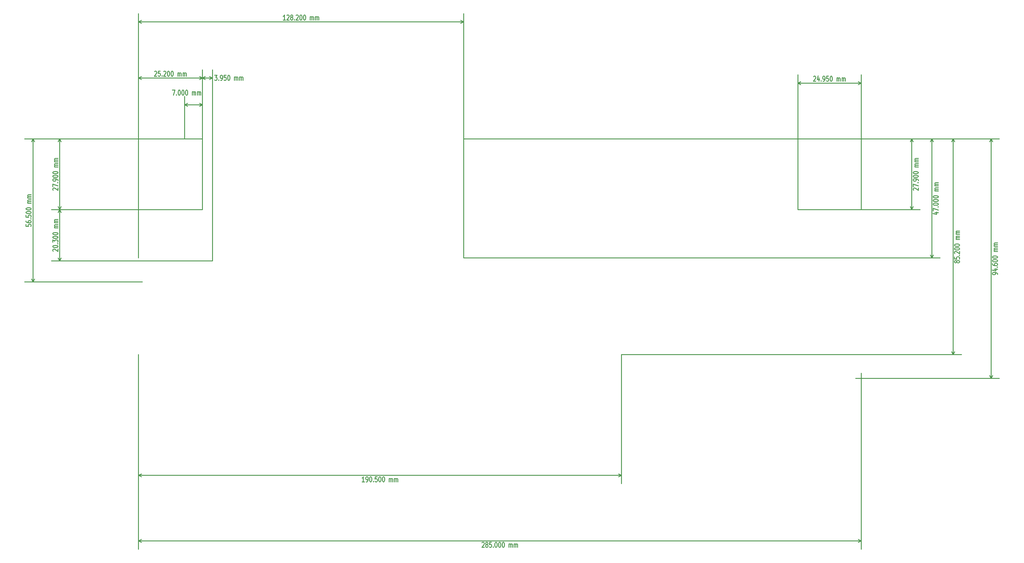
<source format=gbr>
G04 #@! TF.FileFunction,Other,Comment*
%FSLAX46Y46*%
G04 Gerber Fmt 4.6, Leading zero omitted, Abs format (unit mm)*
G04 Created by KiCad (PCBNEW 4.0.2-stable) date Mon 02 May 2016 10:51:51 AM CEST*
%MOMM*%
G01*
G04 APERTURE LIST*
%ADD10C,0.150000*%
%ADD11C,0.304800*%
G04 APERTURE END LIST*
D10*
D11*
X-33624838Y-44363715D02*
X-33721600Y-44291144D01*
X-33818362Y-44146001D01*
X-33818362Y-43783144D01*
X-33721600Y-43638001D01*
X-33624838Y-43565430D01*
X-33431314Y-43492858D01*
X-33237790Y-43492858D01*
X-32947505Y-43565430D01*
X-31786362Y-44436287D01*
X-31786362Y-43492858D01*
X-33818362Y-42549429D02*
X-33818362Y-42404286D01*
X-33721600Y-42259143D01*
X-33624838Y-42186572D01*
X-33431314Y-42114001D01*
X-33044267Y-42041429D01*
X-32560457Y-42041429D01*
X-32173410Y-42114001D01*
X-31979886Y-42186572D01*
X-31883124Y-42259143D01*
X-31786362Y-42404286D01*
X-31786362Y-42549429D01*
X-31883124Y-42694572D01*
X-31979886Y-42767143D01*
X-32173410Y-42839715D01*
X-32560457Y-42912286D01*
X-33044267Y-42912286D01*
X-33431314Y-42839715D01*
X-33624838Y-42767143D01*
X-33721600Y-42694572D01*
X-33818362Y-42549429D01*
X-31979886Y-41388286D02*
X-31883124Y-41315714D01*
X-31786362Y-41388286D01*
X-31883124Y-41460857D01*
X-31979886Y-41388286D01*
X-31786362Y-41388286D01*
X-33818362Y-40807715D02*
X-33818362Y-39864286D01*
X-33044267Y-40372286D01*
X-33044267Y-40154572D01*
X-32947505Y-40009429D01*
X-32850743Y-39936858D01*
X-32657219Y-39864286D01*
X-32173410Y-39864286D01*
X-31979886Y-39936858D01*
X-31883124Y-40009429D01*
X-31786362Y-40154572D01*
X-31786362Y-40590000D01*
X-31883124Y-40735143D01*
X-31979886Y-40807715D01*
X-33818362Y-38920857D02*
X-33818362Y-38775714D01*
X-33721600Y-38630571D01*
X-33624838Y-38558000D01*
X-33431314Y-38485429D01*
X-33044267Y-38412857D01*
X-32560457Y-38412857D01*
X-32173410Y-38485429D01*
X-31979886Y-38558000D01*
X-31883124Y-38630571D01*
X-31786362Y-38775714D01*
X-31786362Y-38920857D01*
X-31883124Y-39066000D01*
X-31979886Y-39138571D01*
X-32173410Y-39211143D01*
X-32560457Y-39283714D01*
X-33044267Y-39283714D01*
X-33431314Y-39211143D01*
X-33624838Y-39138571D01*
X-33721600Y-39066000D01*
X-33818362Y-38920857D01*
X-33818362Y-37469428D02*
X-33818362Y-37324285D01*
X-33721600Y-37179142D01*
X-33624838Y-37106571D01*
X-33431314Y-37034000D01*
X-33044267Y-36961428D01*
X-32560457Y-36961428D01*
X-32173410Y-37034000D01*
X-31979886Y-37106571D01*
X-31883124Y-37179142D01*
X-31786362Y-37324285D01*
X-31786362Y-37469428D01*
X-31883124Y-37614571D01*
X-31979886Y-37687142D01*
X-32173410Y-37759714D01*
X-32560457Y-37832285D01*
X-33044267Y-37832285D01*
X-33431314Y-37759714D01*
X-33624838Y-37687142D01*
X-33721600Y-37614571D01*
X-33818362Y-37469428D01*
X-31786362Y-35147142D02*
X-33141029Y-35147142D01*
X-32947505Y-35147142D02*
X-33044267Y-35074570D01*
X-33141029Y-34929428D01*
X-33141029Y-34711713D01*
X-33044267Y-34566570D01*
X-32850743Y-34493999D01*
X-31786362Y-34493999D01*
X-32850743Y-34493999D02*
X-33044267Y-34421428D01*
X-33141029Y-34276285D01*
X-33141029Y-34058570D01*
X-33044267Y-33913428D01*
X-32850743Y-33840856D01*
X-31786362Y-33840856D01*
X-31786362Y-33115142D02*
X-33141029Y-33115142D01*
X-32947505Y-33115142D02*
X-33044267Y-33042570D01*
X-33141029Y-32897428D01*
X-33141029Y-32679713D01*
X-33044267Y-32534570D01*
X-32850743Y-32461999D01*
X-31786362Y-32461999D01*
X-32850743Y-32461999D02*
X-33044267Y-32389428D01*
X-33141029Y-32244285D01*
X-33141029Y-32026570D01*
X-33044267Y-31881428D01*
X-32850743Y-31808856D01*
X-31786362Y-31808856D01*
X-31080000Y-48200000D02*
X-31080000Y-27900000D01*
X25200000Y-48200000D02*
X-34331200Y-48200000D01*
X25200000Y-27900000D02*
X-34331200Y-27900000D01*
X-31080000Y-27900000D02*
X-30493580Y-29026503D01*
X-31080000Y-27900000D02*
X-31666420Y-29026503D01*
X-31080000Y-48200000D02*
X-30493580Y-47073497D01*
X-31080000Y-48200000D02*
X-31666420Y-47073497D01*
X25200000Y-48200000D02*
X29150000Y-48200000D01*
X29150000Y-27900000D02*
X29150000Y-48200000D01*
X30009428Y25162762D02*
X30952857Y25162762D01*
X30444857Y24388667D01*
X30662571Y24388667D01*
X30807714Y24291905D01*
X30880285Y24195143D01*
X30952857Y24001619D01*
X30952857Y23517810D01*
X30880285Y23324286D01*
X30807714Y23227524D01*
X30662571Y23130762D01*
X30227143Y23130762D01*
X30082000Y23227524D01*
X30009428Y23324286D01*
X31606000Y23324286D02*
X31678572Y23227524D01*
X31606000Y23130762D01*
X31533429Y23227524D01*
X31606000Y23324286D01*
X31606000Y23130762D01*
X32404286Y23130762D02*
X32694571Y23130762D01*
X32839714Y23227524D01*
X32912286Y23324286D01*
X33057428Y23614571D01*
X33130000Y24001619D01*
X33130000Y24775714D01*
X33057428Y24969238D01*
X32984857Y25066000D01*
X32839714Y25162762D01*
X32549428Y25162762D01*
X32404286Y25066000D01*
X32331714Y24969238D01*
X32259143Y24775714D01*
X32259143Y24291905D01*
X32331714Y24098381D01*
X32404286Y24001619D01*
X32549428Y23904857D01*
X32839714Y23904857D01*
X32984857Y24001619D01*
X33057428Y24098381D01*
X33130000Y24291905D01*
X34508857Y25162762D02*
X33783143Y25162762D01*
X33710572Y24195143D01*
X33783143Y24291905D01*
X33928286Y24388667D01*
X34291143Y24388667D01*
X34436286Y24291905D01*
X34508857Y24195143D01*
X34581429Y24001619D01*
X34581429Y23517810D01*
X34508857Y23324286D01*
X34436286Y23227524D01*
X34291143Y23130762D01*
X33928286Y23130762D01*
X33783143Y23227524D01*
X33710572Y23324286D01*
X35524858Y25162762D02*
X35670001Y25162762D01*
X35815144Y25066000D01*
X35887715Y24969238D01*
X35960286Y24775714D01*
X36032858Y24388667D01*
X36032858Y23904857D01*
X35960286Y23517810D01*
X35887715Y23324286D01*
X35815144Y23227524D01*
X35670001Y23130762D01*
X35524858Y23130762D01*
X35379715Y23227524D01*
X35307144Y23324286D01*
X35234572Y23517810D01*
X35162001Y23904857D01*
X35162001Y24388667D01*
X35234572Y24775714D01*
X35307144Y24969238D01*
X35379715Y25066000D01*
X35524858Y25162762D01*
X37847144Y23130762D02*
X37847144Y24485429D01*
X37847144Y24291905D02*
X37919716Y24388667D01*
X38064858Y24485429D01*
X38282573Y24485429D01*
X38427716Y24388667D01*
X38500287Y24195143D01*
X38500287Y23130762D01*
X38500287Y24195143D02*
X38572858Y24388667D01*
X38718001Y24485429D01*
X38935716Y24485429D01*
X39080858Y24388667D01*
X39153430Y24195143D01*
X39153430Y23130762D01*
X39879144Y23130762D02*
X39879144Y24485429D01*
X39879144Y24291905D02*
X39951716Y24388667D01*
X40096858Y24485429D01*
X40314573Y24485429D01*
X40459716Y24388667D01*
X40532287Y24195143D01*
X40532287Y23130762D01*
X40532287Y24195143D02*
X40604858Y24388667D01*
X40750001Y24485429D01*
X40967716Y24485429D01*
X41112858Y24388667D01*
X41185430Y24195143D01*
X41185430Y23130762D01*
X29150000Y24049999D02*
X25200000Y24049999D01*
X29150000Y-27900000D02*
X29150000Y27301199D01*
X25200000Y-27900000D02*
X25200000Y27301199D01*
X25200000Y24049999D02*
X26326503Y24636419D01*
X25200000Y24049999D02*
X26326503Y23463579D01*
X29150000Y24049999D02*
X28023497Y24636419D01*
X29150000Y24049999D02*
X28023497Y23463579D01*
X338774838Y-53468572D02*
X338774838Y-53178287D01*
X338678076Y-53033144D01*
X338581314Y-52960572D01*
X338291029Y-52815430D01*
X337903981Y-52742858D01*
X337129886Y-52742858D01*
X336936362Y-52815430D01*
X336839600Y-52888001D01*
X336742838Y-53033144D01*
X336742838Y-53323430D01*
X336839600Y-53468572D01*
X336936362Y-53541144D01*
X337129886Y-53613715D01*
X337613695Y-53613715D01*
X337807219Y-53541144D01*
X337903981Y-53468572D01*
X338000743Y-53323430D01*
X338000743Y-53033144D01*
X337903981Y-52888001D01*
X337807219Y-52815430D01*
X337613695Y-52742858D01*
X337420171Y-51436572D02*
X338774838Y-51436572D01*
X336646076Y-51799429D02*
X338097505Y-52162286D01*
X338097505Y-51218858D01*
X338581314Y-50638286D02*
X338678076Y-50565714D01*
X338774838Y-50638286D01*
X338678076Y-50710857D01*
X338581314Y-50638286D01*
X338774838Y-50638286D01*
X336742838Y-49259429D02*
X336742838Y-49549715D01*
X336839600Y-49694858D01*
X336936362Y-49767429D01*
X337226648Y-49912572D01*
X337613695Y-49985143D01*
X338387790Y-49985143D01*
X338581314Y-49912572D01*
X338678076Y-49840000D01*
X338774838Y-49694858D01*
X338774838Y-49404572D01*
X338678076Y-49259429D01*
X338581314Y-49186858D01*
X338387790Y-49114286D01*
X337903981Y-49114286D01*
X337710457Y-49186858D01*
X337613695Y-49259429D01*
X337516933Y-49404572D01*
X337516933Y-49694858D01*
X337613695Y-49840000D01*
X337710457Y-49912572D01*
X337903981Y-49985143D01*
X336742838Y-48170857D02*
X336742838Y-48025714D01*
X336839600Y-47880571D01*
X336936362Y-47808000D01*
X337129886Y-47735429D01*
X337516933Y-47662857D01*
X338000743Y-47662857D01*
X338387790Y-47735429D01*
X338581314Y-47808000D01*
X338678076Y-47880571D01*
X338774838Y-48025714D01*
X338774838Y-48170857D01*
X338678076Y-48316000D01*
X338581314Y-48388571D01*
X338387790Y-48461143D01*
X338000743Y-48533714D01*
X337516933Y-48533714D01*
X337129886Y-48461143D01*
X336936362Y-48388571D01*
X336839600Y-48316000D01*
X336742838Y-48170857D01*
X336742838Y-46719428D02*
X336742838Y-46574285D01*
X336839600Y-46429142D01*
X336936362Y-46356571D01*
X337129886Y-46284000D01*
X337516933Y-46211428D01*
X338000743Y-46211428D01*
X338387790Y-46284000D01*
X338581314Y-46356571D01*
X338678076Y-46429142D01*
X338774838Y-46574285D01*
X338774838Y-46719428D01*
X338678076Y-46864571D01*
X338581314Y-46937142D01*
X338387790Y-47009714D01*
X338000743Y-47082285D01*
X337516933Y-47082285D01*
X337129886Y-47009714D01*
X336936362Y-46937142D01*
X336839600Y-46864571D01*
X336742838Y-46719428D01*
X338774838Y-44397142D02*
X337420171Y-44397142D01*
X337613695Y-44397142D02*
X337516933Y-44324570D01*
X337420171Y-44179428D01*
X337420171Y-43961713D01*
X337516933Y-43816570D01*
X337710457Y-43743999D01*
X338774838Y-43743999D01*
X337710457Y-43743999D02*
X337516933Y-43671428D01*
X337420171Y-43526285D01*
X337420171Y-43308570D01*
X337516933Y-43163428D01*
X337710457Y-43090856D01*
X338774838Y-43090856D01*
X338774838Y-42365142D02*
X337420171Y-42365142D01*
X337613695Y-42365142D02*
X337516933Y-42292570D01*
X337420171Y-42147428D01*
X337420171Y-41929713D01*
X337516933Y-41784570D01*
X337710457Y-41711999D01*
X338774838Y-41711999D01*
X337710457Y-41711999D02*
X337516933Y-41639428D01*
X337420171Y-41494285D01*
X337420171Y-41276570D01*
X337516933Y-41131428D01*
X337710457Y-41058856D01*
X338774838Y-41058856D01*
X336230000Y-94600000D02*
X336230000Y0D01*
X282810000Y-94600000D02*
X339481200Y-94600000D01*
X282810000Y0D02*
X339481200Y0D01*
X336230000Y0D02*
X336816420Y-1126503D01*
X336230000Y0D02*
X335643580Y-1126503D01*
X336230000Y-94600000D02*
X336816420Y-93473497D01*
X336230000Y-94600000D02*
X335643580Y-93473497D01*
X135460569Y-159466369D02*
X135533140Y-159369607D01*
X135678283Y-159272845D01*
X136041140Y-159272845D01*
X136186283Y-159369607D01*
X136258854Y-159466369D01*
X136331426Y-159659893D01*
X136331426Y-159853417D01*
X136258854Y-160143702D01*
X135387997Y-161304845D01*
X136331426Y-161304845D01*
X137202283Y-160143702D02*
X137057141Y-160046940D01*
X136984569Y-159950178D01*
X136911998Y-159756655D01*
X136911998Y-159659893D01*
X136984569Y-159466369D01*
X137057141Y-159369607D01*
X137202283Y-159272845D01*
X137492569Y-159272845D01*
X137637712Y-159369607D01*
X137710283Y-159466369D01*
X137782855Y-159659893D01*
X137782855Y-159756655D01*
X137710283Y-159950178D01*
X137637712Y-160046940D01*
X137492569Y-160143702D01*
X137202283Y-160143702D01*
X137057141Y-160240464D01*
X136984569Y-160337226D01*
X136911998Y-160530750D01*
X136911998Y-160917797D01*
X136984569Y-161111321D01*
X137057141Y-161208083D01*
X137202283Y-161304845D01*
X137492569Y-161304845D01*
X137637712Y-161208083D01*
X137710283Y-161111321D01*
X137782855Y-160917797D01*
X137782855Y-160530750D01*
X137710283Y-160337226D01*
X137637712Y-160240464D01*
X137492569Y-160143702D01*
X139161712Y-159272845D02*
X138435998Y-159272845D01*
X138363427Y-160240464D01*
X138435998Y-160143702D01*
X138581141Y-160046940D01*
X138943998Y-160046940D01*
X139089141Y-160143702D01*
X139161712Y-160240464D01*
X139234284Y-160433988D01*
X139234284Y-160917797D01*
X139161712Y-161111321D01*
X139089141Y-161208083D01*
X138943998Y-161304845D01*
X138581141Y-161304845D01*
X138435998Y-161208083D01*
X138363427Y-161111321D01*
X139887427Y-161111321D02*
X139959999Y-161208083D01*
X139887427Y-161304845D01*
X139814856Y-161208083D01*
X139887427Y-161111321D01*
X139887427Y-161304845D01*
X140903427Y-159272845D02*
X141048570Y-159272845D01*
X141193713Y-159369607D01*
X141266284Y-159466369D01*
X141338855Y-159659893D01*
X141411427Y-160046940D01*
X141411427Y-160530750D01*
X141338855Y-160917797D01*
X141266284Y-161111321D01*
X141193713Y-161208083D01*
X141048570Y-161304845D01*
X140903427Y-161304845D01*
X140758284Y-161208083D01*
X140685713Y-161111321D01*
X140613141Y-160917797D01*
X140540570Y-160530750D01*
X140540570Y-160046940D01*
X140613141Y-159659893D01*
X140685713Y-159466369D01*
X140758284Y-159369607D01*
X140903427Y-159272845D01*
X142354856Y-159272845D02*
X142499999Y-159272845D01*
X142645142Y-159369607D01*
X142717713Y-159466369D01*
X142790284Y-159659893D01*
X142862856Y-160046940D01*
X142862856Y-160530750D01*
X142790284Y-160917797D01*
X142717713Y-161111321D01*
X142645142Y-161208083D01*
X142499999Y-161304845D01*
X142354856Y-161304845D01*
X142209713Y-161208083D01*
X142137142Y-161111321D01*
X142064570Y-160917797D01*
X141991999Y-160530750D01*
X141991999Y-160046940D01*
X142064570Y-159659893D01*
X142137142Y-159466369D01*
X142209713Y-159369607D01*
X142354856Y-159272845D01*
X143806285Y-159272845D02*
X143951428Y-159272845D01*
X144096571Y-159369607D01*
X144169142Y-159466369D01*
X144241713Y-159659893D01*
X144314285Y-160046940D01*
X144314285Y-160530750D01*
X144241713Y-160917797D01*
X144169142Y-161111321D01*
X144096571Y-161208083D01*
X143951428Y-161304845D01*
X143806285Y-161304845D01*
X143661142Y-161208083D01*
X143588571Y-161111321D01*
X143515999Y-160917797D01*
X143443428Y-160530750D01*
X143443428Y-160046940D01*
X143515999Y-159659893D01*
X143588571Y-159466369D01*
X143661142Y-159369607D01*
X143806285Y-159272845D01*
X146128571Y-161304845D02*
X146128571Y-159950178D01*
X146128571Y-160143702D02*
X146201143Y-160046940D01*
X146346285Y-159950178D01*
X146564000Y-159950178D01*
X146709143Y-160046940D01*
X146781714Y-160240464D01*
X146781714Y-161304845D01*
X146781714Y-160240464D02*
X146854285Y-160046940D01*
X146999428Y-159950178D01*
X147217143Y-159950178D01*
X147362285Y-160046940D01*
X147434857Y-160240464D01*
X147434857Y-161304845D01*
X148160571Y-161304845D02*
X148160571Y-159950178D01*
X148160571Y-160143702D02*
X148233143Y-160046940D01*
X148378285Y-159950178D01*
X148596000Y-159950178D01*
X148741143Y-160046940D01*
X148813714Y-160240464D01*
X148813714Y-161304845D01*
X148813714Y-160240464D02*
X148886285Y-160046940D01*
X149031428Y-159950178D01*
X149249143Y-159950178D01*
X149394285Y-160046940D01*
X149466857Y-160240464D01*
X149466857Y-161304845D01*
X-2Y-158760007D02*
X284999998Y-158760007D01*
X0Y-92520000D02*
X-2Y-162011207D01*
X285000000Y-92520000D02*
X284999998Y-162011207D01*
X284999998Y-158760007D02*
X283873495Y-159346427D01*
X284999998Y-158760007D02*
X283873495Y-158173587D01*
X-2Y-158760007D02*
X1126501Y-159346427D01*
X-2Y-158760007D02*
X1126501Y-158173587D01*
X13359428Y19292762D02*
X14375428Y19292762D01*
X13722285Y17260762D01*
X14956000Y17454286D02*
X15028572Y17357524D01*
X14956000Y17260762D01*
X14883429Y17357524D01*
X14956000Y17454286D01*
X14956000Y17260762D01*
X15972000Y19292762D02*
X16117143Y19292762D01*
X16262286Y19196000D01*
X16334857Y19099238D01*
X16407428Y18905714D01*
X16480000Y18518667D01*
X16480000Y18034857D01*
X16407428Y17647810D01*
X16334857Y17454286D01*
X16262286Y17357524D01*
X16117143Y17260762D01*
X15972000Y17260762D01*
X15826857Y17357524D01*
X15754286Y17454286D01*
X15681714Y17647810D01*
X15609143Y18034857D01*
X15609143Y18518667D01*
X15681714Y18905714D01*
X15754286Y19099238D01*
X15826857Y19196000D01*
X15972000Y19292762D01*
X17423429Y19292762D02*
X17568572Y19292762D01*
X17713715Y19196000D01*
X17786286Y19099238D01*
X17858857Y18905714D01*
X17931429Y18518667D01*
X17931429Y18034857D01*
X17858857Y17647810D01*
X17786286Y17454286D01*
X17713715Y17357524D01*
X17568572Y17260762D01*
X17423429Y17260762D01*
X17278286Y17357524D01*
X17205715Y17454286D01*
X17133143Y17647810D01*
X17060572Y18034857D01*
X17060572Y18518667D01*
X17133143Y18905714D01*
X17205715Y19099238D01*
X17278286Y19196000D01*
X17423429Y19292762D01*
X18874858Y19292762D02*
X19020001Y19292762D01*
X19165144Y19196000D01*
X19237715Y19099238D01*
X19310286Y18905714D01*
X19382858Y18518667D01*
X19382858Y18034857D01*
X19310286Y17647810D01*
X19237715Y17454286D01*
X19165144Y17357524D01*
X19020001Y17260762D01*
X18874858Y17260762D01*
X18729715Y17357524D01*
X18657144Y17454286D01*
X18584572Y17647810D01*
X18512001Y18034857D01*
X18512001Y18518667D01*
X18584572Y18905714D01*
X18657144Y19099238D01*
X18729715Y19196000D01*
X18874858Y19292762D01*
X21197144Y17260762D02*
X21197144Y18615429D01*
X21197144Y18421905D02*
X21269716Y18518667D01*
X21414858Y18615429D01*
X21632573Y18615429D01*
X21777716Y18518667D01*
X21850287Y18325143D01*
X21850287Y17260762D01*
X21850287Y18325143D02*
X21922858Y18518667D01*
X22068001Y18615429D01*
X22285716Y18615429D01*
X22430858Y18518667D01*
X22503430Y18325143D01*
X22503430Y17260762D01*
X23229144Y17260762D02*
X23229144Y18615429D01*
X23229144Y18421905D02*
X23301716Y18518667D01*
X23446858Y18615429D01*
X23664573Y18615429D01*
X23809716Y18518667D01*
X23882287Y18325143D01*
X23882287Y17260762D01*
X23882287Y18325143D02*
X23954858Y18518667D01*
X24100001Y18615429D01*
X24317716Y18615429D01*
X24462858Y18518667D01*
X24535430Y18325143D01*
X24535430Y17260762D01*
X25200000Y13499999D02*
X18200000Y13499999D01*
X25200000Y0D02*
X25200000Y16751199D01*
X18200000Y0D02*
X18200000Y16751199D01*
X18200000Y13499999D02*
X19326503Y14086419D01*
X18200000Y13499999D02*
X19326503Y12913579D01*
X25200000Y13499999D02*
X24073497Y14086419D01*
X25200000Y13499999D02*
X24073497Y12913579D01*
X6286285Y26594837D02*
X6358856Y26691599D01*
X6503999Y26788361D01*
X6866856Y26788361D01*
X7011999Y26691599D01*
X7084570Y26594837D01*
X7157142Y26401313D01*
X7157142Y26207789D01*
X7084570Y25917504D01*
X6213713Y24756361D01*
X7157142Y24756361D01*
X8535999Y26788361D02*
X7810285Y26788361D01*
X7737714Y25820742D01*
X7810285Y25917504D01*
X7955428Y26014266D01*
X8318285Y26014266D01*
X8463428Y25917504D01*
X8535999Y25820742D01*
X8608571Y25627218D01*
X8608571Y25143409D01*
X8535999Y24949885D01*
X8463428Y24853123D01*
X8318285Y24756361D01*
X7955428Y24756361D01*
X7810285Y24853123D01*
X7737714Y24949885D01*
X9261714Y24949885D02*
X9334286Y24853123D01*
X9261714Y24756361D01*
X9189143Y24853123D01*
X9261714Y24949885D01*
X9261714Y24756361D01*
X9914857Y26594837D02*
X9987428Y26691599D01*
X10132571Y26788361D01*
X10495428Y26788361D01*
X10640571Y26691599D01*
X10713142Y26594837D01*
X10785714Y26401313D01*
X10785714Y26207789D01*
X10713142Y25917504D01*
X9842285Y24756361D01*
X10785714Y24756361D01*
X11729143Y26788361D02*
X11874286Y26788361D01*
X12019429Y26691599D01*
X12092000Y26594837D01*
X12164571Y26401313D01*
X12237143Y26014266D01*
X12237143Y25530456D01*
X12164571Y25143409D01*
X12092000Y24949885D01*
X12019429Y24853123D01*
X11874286Y24756361D01*
X11729143Y24756361D01*
X11584000Y24853123D01*
X11511429Y24949885D01*
X11438857Y25143409D01*
X11366286Y25530456D01*
X11366286Y26014266D01*
X11438857Y26401313D01*
X11511429Y26594837D01*
X11584000Y26691599D01*
X11729143Y26788361D01*
X13180572Y26788361D02*
X13325715Y26788361D01*
X13470858Y26691599D01*
X13543429Y26594837D01*
X13616000Y26401313D01*
X13688572Y26014266D01*
X13688572Y25530456D01*
X13616000Y25143409D01*
X13543429Y24949885D01*
X13470858Y24853123D01*
X13325715Y24756361D01*
X13180572Y24756361D01*
X13035429Y24853123D01*
X12962858Y24949885D01*
X12890286Y25143409D01*
X12817715Y25530456D01*
X12817715Y26014266D01*
X12890286Y26401313D01*
X12962858Y26594837D01*
X13035429Y26691599D01*
X13180572Y26788361D01*
X15502858Y24756361D02*
X15502858Y26111028D01*
X15502858Y25917504D02*
X15575430Y26014266D01*
X15720572Y26111028D01*
X15938287Y26111028D01*
X16083430Y26014266D01*
X16156001Y25820742D01*
X16156001Y24756361D01*
X16156001Y25820742D02*
X16228572Y26014266D01*
X16373715Y26111028D01*
X16591430Y26111028D01*
X16736572Y26014266D01*
X16809144Y25820742D01*
X16809144Y24756361D01*
X17534858Y24756361D02*
X17534858Y26111028D01*
X17534858Y25917504D02*
X17607430Y26014266D01*
X17752572Y26111028D01*
X17970287Y26111028D01*
X18115430Y26014266D01*
X18188001Y25820742D01*
X18188001Y24756361D01*
X18188001Y25820742D02*
X18260572Y26014266D01*
X18405715Y26111028D01*
X18623430Y26111028D01*
X18768572Y26014266D01*
X18841144Y25820742D01*
X18841144Y24756361D01*
X25200000Y24049999D02*
X0Y24049999D01*
X25200000Y-27900000D02*
X25200000Y27301199D01*
X0Y-27900000D02*
X0Y27301199D01*
X0Y24049999D02*
X1126503Y24636419D01*
X0Y24049999D02*
X1126503Y23463579D01*
X25200000Y24049999D02*
X24073497Y24636419D01*
X25200000Y24049999D02*
X24073497Y23463579D01*
X57931429Y46926361D02*
X57060572Y46926361D01*
X57496000Y46926361D02*
X57496000Y48958361D01*
X57350857Y48668075D01*
X57205715Y48474551D01*
X57060572Y48377789D01*
X58512001Y48764837D02*
X58584572Y48861599D01*
X58729715Y48958361D01*
X59092572Y48958361D01*
X59237715Y48861599D01*
X59310286Y48764837D01*
X59382858Y48571313D01*
X59382858Y48377789D01*
X59310286Y48087504D01*
X58439429Y46926361D01*
X59382858Y46926361D01*
X60253715Y48087504D02*
X60108573Y48184266D01*
X60036001Y48281028D01*
X59963430Y48474551D01*
X59963430Y48571313D01*
X60036001Y48764837D01*
X60108573Y48861599D01*
X60253715Y48958361D01*
X60544001Y48958361D01*
X60689144Y48861599D01*
X60761715Y48764837D01*
X60834287Y48571313D01*
X60834287Y48474551D01*
X60761715Y48281028D01*
X60689144Y48184266D01*
X60544001Y48087504D01*
X60253715Y48087504D01*
X60108573Y47990742D01*
X60036001Y47893980D01*
X59963430Y47700456D01*
X59963430Y47313409D01*
X60036001Y47119885D01*
X60108573Y47023123D01*
X60253715Y46926361D01*
X60544001Y46926361D01*
X60689144Y47023123D01*
X60761715Y47119885D01*
X60834287Y47313409D01*
X60834287Y47700456D01*
X60761715Y47893980D01*
X60689144Y47990742D01*
X60544001Y48087504D01*
X61487430Y47119885D02*
X61560002Y47023123D01*
X61487430Y46926361D01*
X61414859Y47023123D01*
X61487430Y47119885D01*
X61487430Y46926361D01*
X62140573Y48764837D02*
X62213144Y48861599D01*
X62358287Y48958361D01*
X62721144Y48958361D01*
X62866287Y48861599D01*
X62938858Y48764837D01*
X63011430Y48571313D01*
X63011430Y48377789D01*
X62938858Y48087504D01*
X62068001Y46926361D01*
X63011430Y46926361D01*
X63954859Y48958361D02*
X64100002Y48958361D01*
X64245145Y48861599D01*
X64317716Y48764837D01*
X64390287Y48571313D01*
X64462859Y48184266D01*
X64462859Y47700456D01*
X64390287Y47313409D01*
X64317716Y47119885D01*
X64245145Y47023123D01*
X64100002Y46926361D01*
X63954859Y46926361D01*
X63809716Y47023123D01*
X63737145Y47119885D01*
X63664573Y47313409D01*
X63592002Y47700456D01*
X63592002Y48184266D01*
X63664573Y48571313D01*
X63737145Y48764837D01*
X63809716Y48861599D01*
X63954859Y48958361D01*
X65406288Y48958361D02*
X65551431Y48958361D01*
X65696574Y48861599D01*
X65769145Y48764837D01*
X65841716Y48571313D01*
X65914288Y48184266D01*
X65914288Y47700456D01*
X65841716Y47313409D01*
X65769145Y47119885D01*
X65696574Y47023123D01*
X65551431Y46926361D01*
X65406288Y46926361D01*
X65261145Y47023123D01*
X65188574Y47119885D01*
X65116002Y47313409D01*
X65043431Y47700456D01*
X65043431Y48184266D01*
X65116002Y48571313D01*
X65188574Y48764837D01*
X65261145Y48861599D01*
X65406288Y48958361D01*
X67728574Y46926361D02*
X67728574Y48281028D01*
X67728574Y48087504D02*
X67801146Y48184266D01*
X67946288Y48281028D01*
X68164003Y48281028D01*
X68309146Y48184266D01*
X68381717Y47990742D01*
X68381717Y46926361D01*
X68381717Y47990742D02*
X68454288Y48184266D01*
X68599431Y48281028D01*
X68817146Y48281028D01*
X68962288Y48184266D01*
X69034860Y47990742D01*
X69034860Y46926361D01*
X69760574Y46926361D02*
X69760574Y48281028D01*
X69760574Y48087504D02*
X69833146Y48184266D01*
X69978288Y48281028D01*
X70196003Y48281028D01*
X70341146Y48184266D01*
X70413717Y47990742D01*
X70413717Y46926361D01*
X70413717Y47990742D02*
X70486288Y48184266D01*
X70631431Y48281028D01*
X70849146Y48281028D01*
X70994288Y48184266D01*
X71066860Y47990742D01*
X71066860Y46926361D01*
X128200001Y46219999D02*
X1Y46219999D01*
X128200000Y-47000000D02*
X128200001Y49471199D01*
X0Y-47000000D02*
X1Y49471199D01*
X1Y46219999D02*
X1126504Y46806419D01*
X1Y46219999D02*
X1126504Y45633579D01*
X128200001Y46219999D02*
X127073498Y46806419D01*
X128200001Y46219999D02*
X127073498Y45633579D01*
X314060171Y-29088001D02*
X315414838Y-29088001D01*
X313286076Y-29450858D02*
X314737505Y-29813715D01*
X314737505Y-28870287D01*
X313382838Y-28434858D02*
X313382838Y-27418858D01*
X315414838Y-28072001D01*
X315221314Y-26838286D02*
X315318076Y-26765714D01*
X315414838Y-26838286D01*
X315318076Y-26910857D01*
X315221314Y-26838286D01*
X315414838Y-26838286D01*
X313382838Y-25822286D02*
X313382838Y-25677143D01*
X313479600Y-25532000D01*
X313576362Y-25459429D01*
X313769886Y-25386858D01*
X314156933Y-25314286D01*
X314640743Y-25314286D01*
X315027790Y-25386858D01*
X315221314Y-25459429D01*
X315318076Y-25532000D01*
X315414838Y-25677143D01*
X315414838Y-25822286D01*
X315318076Y-25967429D01*
X315221314Y-26040000D01*
X315027790Y-26112572D01*
X314640743Y-26185143D01*
X314156933Y-26185143D01*
X313769886Y-26112572D01*
X313576362Y-26040000D01*
X313479600Y-25967429D01*
X313382838Y-25822286D01*
X313382838Y-24370857D02*
X313382838Y-24225714D01*
X313479600Y-24080571D01*
X313576362Y-24008000D01*
X313769886Y-23935429D01*
X314156933Y-23862857D01*
X314640743Y-23862857D01*
X315027790Y-23935429D01*
X315221314Y-24008000D01*
X315318076Y-24080571D01*
X315414838Y-24225714D01*
X315414838Y-24370857D01*
X315318076Y-24516000D01*
X315221314Y-24588571D01*
X315027790Y-24661143D01*
X314640743Y-24733714D01*
X314156933Y-24733714D01*
X313769886Y-24661143D01*
X313576362Y-24588571D01*
X313479600Y-24516000D01*
X313382838Y-24370857D01*
X313382838Y-22919428D02*
X313382838Y-22774285D01*
X313479600Y-22629142D01*
X313576362Y-22556571D01*
X313769886Y-22484000D01*
X314156933Y-22411428D01*
X314640743Y-22411428D01*
X315027790Y-22484000D01*
X315221314Y-22556571D01*
X315318076Y-22629142D01*
X315414838Y-22774285D01*
X315414838Y-22919428D01*
X315318076Y-23064571D01*
X315221314Y-23137142D01*
X315027790Y-23209714D01*
X314640743Y-23282285D01*
X314156933Y-23282285D01*
X313769886Y-23209714D01*
X313576362Y-23137142D01*
X313479600Y-23064571D01*
X313382838Y-22919428D01*
X315414838Y-20597142D02*
X314060171Y-20597142D01*
X314253695Y-20597142D02*
X314156933Y-20524570D01*
X314060171Y-20379428D01*
X314060171Y-20161713D01*
X314156933Y-20016570D01*
X314350457Y-19943999D01*
X315414838Y-19943999D01*
X314350457Y-19943999D02*
X314156933Y-19871428D01*
X314060171Y-19726285D01*
X314060171Y-19508570D01*
X314156933Y-19363428D01*
X314350457Y-19290856D01*
X315414838Y-19290856D01*
X315414838Y-18565142D02*
X314060171Y-18565142D01*
X314253695Y-18565142D02*
X314156933Y-18492570D01*
X314060171Y-18347428D01*
X314060171Y-18129713D01*
X314156933Y-17984570D01*
X314350457Y-17911999D01*
X315414838Y-17911999D01*
X314350457Y-17911999D02*
X314156933Y-17839428D01*
X314060171Y-17694285D01*
X314060171Y-17476570D01*
X314156933Y-17331428D01*
X314350457Y-17258856D01*
X315414838Y-17258856D01*
X312870000Y-47000000D02*
X312870000Y0D01*
X128220000Y-47000000D02*
X316121200Y-47000000D01*
X128220000Y0D02*
X316121200Y0D01*
X312870000Y0D02*
X313456420Y-1126503D01*
X312870000Y0D02*
X312283580Y-1126503D01*
X312870000Y-47000000D02*
X313456420Y-45873497D01*
X312870000Y-47000000D02*
X312283580Y-45873497D01*
X89081428Y-135414837D02*
X88210571Y-135414837D01*
X88645999Y-135414837D02*
X88645999Y-133382837D01*
X88500856Y-133673123D01*
X88355714Y-133866647D01*
X88210571Y-133963409D01*
X89807143Y-135414837D02*
X90097428Y-135414837D01*
X90242571Y-135318075D01*
X90315143Y-135221313D01*
X90460285Y-134931028D01*
X90532857Y-134543980D01*
X90532857Y-133769885D01*
X90460285Y-133576361D01*
X90387714Y-133479599D01*
X90242571Y-133382837D01*
X89952285Y-133382837D01*
X89807143Y-133479599D01*
X89734571Y-133576361D01*
X89662000Y-133769885D01*
X89662000Y-134253694D01*
X89734571Y-134447218D01*
X89807143Y-134543980D01*
X89952285Y-134640742D01*
X90242571Y-134640742D01*
X90387714Y-134543980D01*
X90460285Y-134447218D01*
X90532857Y-134253694D01*
X91476286Y-133382837D02*
X91621429Y-133382837D01*
X91766572Y-133479599D01*
X91839143Y-133576361D01*
X91911714Y-133769885D01*
X91984286Y-134156932D01*
X91984286Y-134640742D01*
X91911714Y-135027789D01*
X91839143Y-135221313D01*
X91766572Y-135318075D01*
X91621429Y-135414837D01*
X91476286Y-135414837D01*
X91331143Y-135318075D01*
X91258572Y-135221313D01*
X91186000Y-135027789D01*
X91113429Y-134640742D01*
X91113429Y-134156932D01*
X91186000Y-133769885D01*
X91258572Y-133576361D01*
X91331143Y-133479599D01*
X91476286Y-133382837D01*
X92637429Y-135221313D02*
X92710001Y-135318075D01*
X92637429Y-135414837D01*
X92564858Y-135318075D01*
X92637429Y-135221313D01*
X92637429Y-135414837D01*
X94088857Y-133382837D02*
X93363143Y-133382837D01*
X93290572Y-134350456D01*
X93363143Y-134253694D01*
X93508286Y-134156932D01*
X93871143Y-134156932D01*
X94016286Y-134253694D01*
X94088857Y-134350456D01*
X94161429Y-134543980D01*
X94161429Y-135027789D01*
X94088857Y-135221313D01*
X94016286Y-135318075D01*
X93871143Y-135414837D01*
X93508286Y-135414837D01*
X93363143Y-135318075D01*
X93290572Y-135221313D01*
X95104858Y-133382837D02*
X95250001Y-133382837D01*
X95395144Y-133479599D01*
X95467715Y-133576361D01*
X95540286Y-133769885D01*
X95612858Y-134156932D01*
X95612858Y-134640742D01*
X95540286Y-135027789D01*
X95467715Y-135221313D01*
X95395144Y-135318075D01*
X95250001Y-135414837D01*
X95104858Y-135414837D01*
X94959715Y-135318075D01*
X94887144Y-135221313D01*
X94814572Y-135027789D01*
X94742001Y-134640742D01*
X94742001Y-134156932D01*
X94814572Y-133769885D01*
X94887144Y-133576361D01*
X94959715Y-133479599D01*
X95104858Y-133382837D01*
X96556287Y-133382837D02*
X96701430Y-133382837D01*
X96846573Y-133479599D01*
X96919144Y-133576361D01*
X96991715Y-133769885D01*
X97064287Y-134156932D01*
X97064287Y-134640742D01*
X96991715Y-135027789D01*
X96919144Y-135221313D01*
X96846573Y-135318075D01*
X96701430Y-135414837D01*
X96556287Y-135414837D01*
X96411144Y-135318075D01*
X96338573Y-135221313D01*
X96266001Y-135027789D01*
X96193430Y-134640742D01*
X96193430Y-134156932D01*
X96266001Y-133769885D01*
X96338573Y-133576361D01*
X96411144Y-133479599D01*
X96556287Y-133382837D01*
X98878573Y-135414837D02*
X98878573Y-134060170D01*
X98878573Y-134253694D02*
X98951145Y-134156932D01*
X99096287Y-134060170D01*
X99314002Y-134060170D01*
X99459145Y-134156932D01*
X99531716Y-134350456D01*
X99531716Y-135414837D01*
X99531716Y-134350456D02*
X99604287Y-134156932D01*
X99749430Y-134060170D01*
X99967145Y-134060170D01*
X100112287Y-134156932D01*
X100184859Y-134350456D01*
X100184859Y-135414837D01*
X100910573Y-135414837D02*
X100910573Y-134060170D01*
X100910573Y-134253694D02*
X100983145Y-134156932D01*
X101128287Y-134060170D01*
X101346002Y-134060170D01*
X101491145Y-134156932D01*
X101563716Y-134350456D01*
X101563716Y-135414837D01*
X101563716Y-134350456D02*
X101636287Y-134156932D01*
X101781430Y-134060170D01*
X101999145Y-134060170D01*
X102144287Y-134156932D01*
X102216859Y-134350456D01*
X102216859Y-135414837D01*
X190500000Y-132869999D02*
X0Y-132869999D01*
X190500000Y-85200000D02*
X190500000Y-136121199D01*
X0Y-85200000D02*
X0Y-136121199D01*
X0Y-132869999D02*
X1126503Y-132283579D01*
X0Y-132869999D02*
X1126503Y-133456419D01*
X190500000Y-132869999D02*
X189373497Y-132283579D01*
X190500000Y-132869999D02*
X189373497Y-133456419D01*
X-44368362Y-33765430D02*
X-44368362Y-34491144D01*
X-43400743Y-34563715D01*
X-43497505Y-34491144D01*
X-43594267Y-34346001D01*
X-43594267Y-33983144D01*
X-43497505Y-33838001D01*
X-43400743Y-33765430D01*
X-43207219Y-33692858D01*
X-42723410Y-33692858D01*
X-42529886Y-33765430D01*
X-42433124Y-33838001D01*
X-42336362Y-33983144D01*
X-42336362Y-34346001D01*
X-42433124Y-34491144D01*
X-42529886Y-34563715D01*
X-44368362Y-32386572D02*
X-44368362Y-32676858D01*
X-44271600Y-32822001D01*
X-44174838Y-32894572D01*
X-43884552Y-33039715D01*
X-43497505Y-33112286D01*
X-42723410Y-33112286D01*
X-42529886Y-33039715D01*
X-42433124Y-32967143D01*
X-42336362Y-32822001D01*
X-42336362Y-32531715D01*
X-42433124Y-32386572D01*
X-42529886Y-32314001D01*
X-42723410Y-32241429D01*
X-43207219Y-32241429D01*
X-43400743Y-32314001D01*
X-43497505Y-32386572D01*
X-43594267Y-32531715D01*
X-43594267Y-32822001D01*
X-43497505Y-32967143D01*
X-43400743Y-33039715D01*
X-43207219Y-33112286D01*
X-42529886Y-31588286D02*
X-42433124Y-31515714D01*
X-42336362Y-31588286D01*
X-42433124Y-31660857D01*
X-42529886Y-31588286D01*
X-42336362Y-31588286D01*
X-44368362Y-30136858D02*
X-44368362Y-30862572D01*
X-43400743Y-30935143D01*
X-43497505Y-30862572D01*
X-43594267Y-30717429D01*
X-43594267Y-30354572D01*
X-43497505Y-30209429D01*
X-43400743Y-30136858D01*
X-43207219Y-30064286D01*
X-42723410Y-30064286D01*
X-42529886Y-30136858D01*
X-42433124Y-30209429D01*
X-42336362Y-30354572D01*
X-42336362Y-30717429D01*
X-42433124Y-30862572D01*
X-42529886Y-30935143D01*
X-44368362Y-29120857D02*
X-44368362Y-28975714D01*
X-44271600Y-28830571D01*
X-44174838Y-28758000D01*
X-43981314Y-28685429D01*
X-43594267Y-28612857D01*
X-43110457Y-28612857D01*
X-42723410Y-28685429D01*
X-42529886Y-28758000D01*
X-42433124Y-28830571D01*
X-42336362Y-28975714D01*
X-42336362Y-29120857D01*
X-42433124Y-29266000D01*
X-42529886Y-29338571D01*
X-42723410Y-29411143D01*
X-43110457Y-29483714D01*
X-43594267Y-29483714D01*
X-43981314Y-29411143D01*
X-44174838Y-29338571D01*
X-44271600Y-29266000D01*
X-44368362Y-29120857D01*
X-44368362Y-27669428D02*
X-44368362Y-27524285D01*
X-44271600Y-27379142D01*
X-44174838Y-27306571D01*
X-43981314Y-27234000D01*
X-43594267Y-27161428D01*
X-43110457Y-27161428D01*
X-42723410Y-27234000D01*
X-42529886Y-27306571D01*
X-42433124Y-27379142D01*
X-42336362Y-27524285D01*
X-42336362Y-27669428D01*
X-42433124Y-27814571D01*
X-42529886Y-27887142D01*
X-42723410Y-27959714D01*
X-43110457Y-28032285D01*
X-43594267Y-28032285D01*
X-43981314Y-27959714D01*
X-44174838Y-27887142D01*
X-44271600Y-27814571D01*
X-44368362Y-27669428D01*
X-42336362Y-25347142D02*
X-43691029Y-25347142D01*
X-43497505Y-25347142D02*
X-43594267Y-25274570D01*
X-43691029Y-25129428D01*
X-43691029Y-24911713D01*
X-43594267Y-24766570D01*
X-43400743Y-24693999D01*
X-42336362Y-24693999D01*
X-43400743Y-24693999D02*
X-43594267Y-24621428D01*
X-43691029Y-24476285D01*
X-43691029Y-24258570D01*
X-43594267Y-24113428D01*
X-43400743Y-24040856D01*
X-42336362Y-24040856D01*
X-42336362Y-23315142D02*
X-43691029Y-23315142D01*
X-43497505Y-23315142D02*
X-43594267Y-23242570D01*
X-43691029Y-23097428D01*
X-43691029Y-22879713D01*
X-43594267Y-22734570D01*
X-43400743Y-22661999D01*
X-42336362Y-22661999D01*
X-43400743Y-22661999D02*
X-43594267Y-22589428D01*
X-43691029Y-22444285D01*
X-43691029Y-22226570D01*
X-43594267Y-22081428D01*
X-43400743Y-22008856D01*
X-42336362Y-22008856D01*
X-41630000Y-56500000D02*
X-41630000Y0D01*
X1460000Y-56500000D02*
X-44881200Y-56500000D01*
X1460000Y0D02*
X-44881200Y0D01*
X-41630000Y0D02*
X-41043580Y-1126503D01*
X-41630000Y0D02*
X-42216420Y-1126503D01*
X-41630000Y-56500000D02*
X-41043580Y-55373497D01*
X-41630000Y-56500000D02*
X-42216420Y-55373497D01*
X266211287Y24584837D02*
X266283858Y24681599D01*
X266429001Y24778361D01*
X266791858Y24778361D01*
X266937001Y24681599D01*
X267009572Y24584837D01*
X267082144Y24391313D01*
X267082144Y24197789D01*
X267009572Y23907504D01*
X266138715Y22746361D01*
X267082144Y22746361D01*
X268388430Y24101028D02*
X268388430Y22746361D01*
X268025573Y24875123D02*
X267662716Y23423694D01*
X268606144Y23423694D01*
X269186716Y22939885D02*
X269259288Y22843123D01*
X269186716Y22746361D01*
X269114145Y22843123D01*
X269186716Y22939885D01*
X269186716Y22746361D01*
X269985002Y22746361D02*
X270275287Y22746361D01*
X270420430Y22843123D01*
X270493002Y22939885D01*
X270638144Y23230170D01*
X270710716Y23617218D01*
X270710716Y24391313D01*
X270638144Y24584837D01*
X270565573Y24681599D01*
X270420430Y24778361D01*
X270130144Y24778361D01*
X269985002Y24681599D01*
X269912430Y24584837D01*
X269839859Y24391313D01*
X269839859Y23907504D01*
X269912430Y23713980D01*
X269985002Y23617218D01*
X270130144Y23520456D01*
X270420430Y23520456D01*
X270565573Y23617218D01*
X270638144Y23713980D01*
X270710716Y23907504D01*
X272089573Y24778361D02*
X271363859Y24778361D01*
X271291288Y23810742D01*
X271363859Y23907504D01*
X271509002Y24004266D01*
X271871859Y24004266D01*
X272017002Y23907504D01*
X272089573Y23810742D01*
X272162145Y23617218D01*
X272162145Y23133409D01*
X272089573Y22939885D01*
X272017002Y22843123D01*
X271871859Y22746361D01*
X271509002Y22746361D01*
X271363859Y22843123D01*
X271291288Y22939885D01*
X273105574Y24778361D02*
X273250717Y24778361D01*
X273395860Y24681599D01*
X273468431Y24584837D01*
X273541002Y24391313D01*
X273613574Y24004266D01*
X273613574Y23520456D01*
X273541002Y23133409D01*
X273468431Y22939885D01*
X273395860Y22843123D01*
X273250717Y22746361D01*
X273105574Y22746361D01*
X272960431Y22843123D01*
X272887860Y22939885D01*
X272815288Y23133409D01*
X272742717Y23520456D01*
X272742717Y24004266D01*
X272815288Y24391313D01*
X272887860Y24584837D01*
X272960431Y24681599D01*
X273105574Y24778361D01*
X275427860Y22746361D02*
X275427860Y24101028D01*
X275427860Y23907504D02*
X275500432Y24004266D01*
X275645574Y24101028D01*
X275863289Y24101028D01*
X276008432Y24004266D01*
X276081003Y23810742D01*
X276081003Y22746361D01*
X276081003Y23810742D02*
X276153574Y24004266D01*
X276298717Y24101028D01*
X276516432Y24101028D01*
X276661574Y24004266D01*
X276734146Y23810742D01*
X276734146Y22746361D01*
X277459860Y22746361D02*
X277459860Y24101028D01*
X277459860Y23907504D02*
X277532432Y24004266D01*
X277677574Y24101028D01*
X277895289Y24101028D01*
X278040432Y24004266D01*
X278113003Y23810742D01*
X278113003Y22746361D01*
X278113003Y23810742D02*
X278185574Y24004266D01*
X278330717Y24101028D01*
X278548432Y24101028D01*
X278693574Y24004266D01*
X278766146Y23810742D01*
X278766146Y22746361D01*
X260050002Y22039999D02*
X285000002Y22039999D01*
X260050000Y-27900000D02*
X260050002Y25291199D01*
X285000000Y-27900000D02*
X285000002Y25291199D01*
X285000002Y22039999D02*
X283873499Y21453579D01*
X285000002Y22039999D02*
X283873499Y22626419D01*
X260050002Y22039999D02*
X261176505Y21453579D01*
X260050002Y22039999D02*
X261176505Y22626419D01*
X305676362Y-20263715D02*
X305579600Y-20191144D01*
X305482838Y-20046001D01*
X305482838Y-19683144D01*
X305579600Y-19538001D01*
X305676362Y-19465430D01*
X305869886Y-19392858D01*
X306063410Y-19392858D01*
X306353695Y-19465430D01*
X307514838Y-20336287D01*
X307514838Y-19392858D01*
X305482838Y-18884858D02*
X305482838Y-17868858D01*
X307514838Y-18522001D01*
X307321314Y-17288286D02*
X307418076Y-17215714D01*
X307514838Y-17288286D01*
X307418076Y-17360857D01*
X307321314Y-17288286D01*
X307514838Y-17288286D01*
X307514838Y-16490000D02*
X307514838Y-16199715D01*
X307418076Y-16054572D01*
X307321314Y-15982000D01*
X307031029Y-15836858D01*
X306643981Y-15764286D01*
X305869886Y-15764286D01*
X305676362Y-15836858D01*
X305579600Y-15909429D01*
X305482838Y-16054572D01*
X305482838Y-16344858D01*
X305579600Y-16490000D01*
X305676362Y-16562572D01*
X305869886Y-16635143D01*
X306353695Y-16635143D01*
X306547219Y-16562572D01*
X306643981Y-16490000D01*
X306740743Y-16344858D01*
X306740743Y-16054572D01*
X306643981Y-15909429D01*
X306547219Y-15836858D01*
X306353695Y-15764286D01*
X305482838Y-14820857D02*
X305482838Y-14675714D01*
X305579600Y-14530571D01*
X305676362Y-14458000D01*
X305869886Y-14385429D01*
X306256933Y-14312857D01*
X306740743Y-14312857D01*
X307127790Y-14385429D01*
X307321314Y-14458000D01*
X307418076Y-14530571D01*
X307514838Y-14675714D01*
X307514838Y-14820857D01*
X307418076Y-14966000D01*
X307321314Y-15038571D01*
X307127790Y-15111143D01*
X306740743Y-15183714D01*
X306256933Y-15183714D01*
X305869886Y-15111143D01*
X305676362Y-15038571D01*
X305579600Y-14966000D01*
X305482838Y-14820857D01*
X305482838Y-13369428D02*
X305482838Y-13224285D01*
X305579600Y-13079142D01*
X305676362Y-13006571D01*
X305869886Y-12934000D01*
X306256933Y-12861428D01*
X306740743Y-12861428D01*
X307127790Y-12934000D01*
X307321314Y-13006571D01*
X307418076Y-13079142D01*
X307514838Y-13224285D01*
X307514838Y-13369428D01*
X307418076Y-13514571D01*
X307321314Y-13587142D01*
X307127790Y-13659714D01*
X306740743Y-13732285D01*
X306256933Y-13732285D01*
X305869886Y-13659714D01*
X305676362Y-13587142D01*
X305579600Y-13514571D01*
X305482838Y-13369428D01*
X307514838Y-11047142D02*
X306160171Y-11047142D01*
X306353695Y-11047142D02*
X306256933Y-10974570D01*
X306160171Y-10829428D01*
X306160171Y-10611713D01*
X306256933Y-10466570D01*
X306450457Y-10393999D01*
X307514838Y-10393999D01*
X306450457Y-10393999D02*
X306256933Y-10321428D01*
X306160171Y-10176285D01*
X306160171Y-9958570D01*
X306256933Y-9813428D01*
X306450457Y-9740856D01*
X307514838Y-9740856D01*
X307514838Y-9015142D02*
X306160171Y-9015142D01*
X306353695Y-9015142D02*
X306256933Y-8942570D01*
X306160171Y-8797428D01*
X306160171Y-8579713D01*
X306256933Y-8434570D01*
X306450457Y-8361999D01*
X307514838Y-8361999D01*
X306450457Y-8361999D02*
X306256933Y-8289428D01*
X306160171Y-8144285D01*
X306160171Y-7926570D01*
X306256933Y-7781428D01*
X306450457Y-7708856D01*
X307514838Y-7708856D01*
X304970000Y-27900000D02*
X304970000Y0D01*
X260050000Y-27900000D02*
X308221200Y-27900000D01*
X260050000Y0D02*
X308221200Y0D01*
X304970000Y0D02*
X305556420Y-1126503D01*
X304970000Y0D02*
X304383580Y-1126503D01*
X304970000Y-27900000D02*
X305556420Y-26773497D01*
X304970000Y-27900000D02*
X304383580Y-26773497D01*
X322663695Y-48623430D02*
X322566933Y-48768572D01*
X322470171Y-48841144D01*
X322276648Y-48913715D01*
X322179886Y-48913715D01*
X321986362Y-48841144D01*
X321889600Y-48768572D01*
X321792838Y-48623430D01*
X321792838Y-48333144D01*
X321889600Y-48188001D01*
X321986362Y-48115430D01*
X322179886Y-48042858D01*
X322276648Y-48042858D01*
X322470171Y-48115430D01*
X322566933Y-48188001D01*
X322663695Y-48333144D01*
X322663695Y-48623430D01*
X322760457Y-48768572D01*
X322857219Y-48841144D01*
X323050743Y-48913715D01*
X323437790Y-48913715D01*
X323631314Y-48841144D01*
X323728076Y-48768572D01*
X323824838Y-48623430D01*
X323824838Y-48333144D01*
X323728076Y-48188001D01*
X323631314Y-48115430D01*
X323437790Y-48042858D01*
X323050743Y-48042858D01*
X322857219Y-48115430D01*
X322760457Y-48188001D01*
X322663695Y-48333144D01*
X321792838Y-46664001D02*
X321792838Y-47389715D01*
X322760457Y-47462286D01*
X322663695Y-47389715D01*
X322566933Y-47244572D01*
X322566933Y-46881715D01*
X322663695Y-46736572D01*
X322760457Y-46664001D01*
X322953981Y-46591429D01*
X323437790Y-46591429D01*
X323631314Y-46664001D01*
X323728076Y-46736572D01*
X323824838Y-46881715D01*
X323824838Y-47244572D01*
X323728076Y-47389715D01*
X323631314Y-47462286D01*
X323631314Y-45938286D02*
X323728076Y-45865714D01*
X323824838Y-45938286D01*
X323728076Y-46010857D01*
X323631314Y-45938286D01*
X323824838Y-45938286D01*
X321986362Y-45285143D02*
X321889600Y-45212572D01*
X321792838Y-45067429D01*
X321792838Y-44704572D01*
X321889600Y-44559429D01*
X321986362Y-44486858D01*
X322179886Y-44414286D01*
X322373410Y-44414286D01*
X322663695Y-44486858D01*
X323824838Y-45357715D01*
X323824838Y-44414286D01*
X321792838Y-43470857D02*
X321792838Y-43325714D01*
X321889600Y-43180571D01*
X321986362Y-43108000D01*
X322179886Y-43035429D01*
X322566933Y-42962857D01*
X323050743Y-42962857D01*
X323437790Y-43035429D01*
X323631314Y-43108000D01*
X323728076Y-43180571D01*
X323824838Y-43325714D01*
X323824838Y-43470857D01*
X323728076Y-43616000D01*
X323631314Y-43688571D01*
X323437790Y-43761143D01*
X323050743Y-43833714D01*
X322566933Y-43833714D01*
X322179886Y-43761143D01*
X321986362Y-43688571D01*
X321889600Y-43616000D01*
X321792838Y-43470857D01*
X321792838Y-42019428D02*
X321792838Y-41874285D01*
X321889600Y-41729142D01*
X321986362Y-41656571D01*
X322179886Y-41584000D01*
X322566933Y-41511428D01*
X323050743Y-41511428D01*
X323437790Y-41584000D01*
X323631314Y-41656571D01*
X323728076Y-41729142D01*
X323824838Y-41874285D01*
X323824838Y-42019428D01*
X323728076Y-42164571D01*
X323631314Y-42237142D01*
X323437790Y-42309714D01*
X323050743Y-42382285D01*
X322566933Y-42382285D01*
X322179886Y-42309714D01*
X321986362Y-42237142D01*
X321889600Y-42164571D01*
X321792838Y-42019428D01*
X323824838Y-39697142D02*
X322470171Y-39697142D01*
X322663695Y-39697142D02*
X322566933Y-39624570D01*
X322470171Y-39479428D01*
X322470171Y-39261713D01*
X322566933Y-39116570D01*
X322760457Y-39043999D01*
X323824838Y-39043999D01*
X322760457Y-39043999D02*
X322566933Y-38971428D01*
X322470171Y-38826285D01*
X322470171Y-38608570D01*
X322566933Y-38463428D01*
X322760457Y-38390856D01*
X323824838Y-38390856D01*
X323824838Y-37665142D02*
X322470171Y-37665142D01*
X322663695Y-37665142D02*
X322566933Y-37592570D01*
X322470171Y-37447428D01*
X322470171Y-37229713D01*
X322566933Y-37084570D01*
X322760457Y-37011999D01*
X323824838Y-37011999D01*
X322760457Y-37011999D02*
X322566933Y-36939428D01*
X322470171Y-36794285D01*
X322470171Y-36576570D01*
X322566933Y-36431428D01*
X322760457Y-36358856D01*
X323824838Y-36358856D01*
X321280000Y-85200000D02*
X321280000Y0D01*
X190500000Y-85200000D02*
X324531200Y-85200000D01*
X190500000Y0D02*
X324531200Y0D01*
X321280000Y0D02*
X321866420Y-1126503D01*
X321280000Y0D02*
X320693580Y-1126503D01*
X321280000Y-85200000D02*
X321866420Y-84073497D01*
X321280000Y-85200000D02*
X320693580Y-84073497D01*
X-33624838Y-20263715D02*
X-33721600Y-20191144D01*
X-33818362Y-20046001D01*
X-33818362Y-19683144D01*
X-33721600Y-19538001D01*
X-33624838Y-19465430D01*
X-33431314Y-19392858D01*
X-33237790Y-19392858D01*
X-32947505Y-19465430D01*
X-31786362Y-20336287D01*
X-31786362Y-19392858D01*
X-33818362Y-18884858D02*
X-33818362Y-17868858D01*
X-31786362Y-18522001D01*
X-31979886Y-17288286D02*
X-31883124Y-17215714D01*
X-31786362Y-17288286D01*
X-31883124Y-17360857D01*
X-31979886Y-17288286D01*
X-31786362Y-17288286D01*
X-31786362Y-16490000D02*
X-31786362Y-16199715D01*
X-31883124Y-16054572D01*
X-31979886Y-15982000D01*
X-32270171Y-15836858D01*
X-32657219Y-15764286D01*
X-33431314Y-15764286D01*
X-33624838Y-15836858D01*
X-33721600Y-15909429D01*
X-33818362Y-16054572D01*
X-33818362Y-16344858D01*
X-33721600Y-16490000D01*
X-33624838Y-16562572D01*
X-33431314Y-16635143D01*
X-32947505Y-16635143D01*
X-32753981Y-16562572D01*
X-32657219Y-16490000D01*
X-32560457Y-16344858D01*
X-32560457Y-16054572D01*
X-32657219Y-15909429D01*
X-32753981Y-15836858D01*
X-32947505Y-15764286D01*
X-33818362Y-14820857D02*
X-33818362Y-14675714D01*
X-33721600Y-14530571D01*
X-33624838Y-14458000D01*
X-33431314Y-14385429D01*
X-33044267Y-14312857D01*
X-32560457Y-14312857D01*
X-32173410Y-14385429D01*
X-31979886Y-14458000D01*
X-31883124Y-14530571D01*
X-31786362Y-14675714D01*
X-31786362Y-14820857D01*
X-31883124Y-14966000D01*
X-31979886Y-15038571D01*
X-32173410Y-15111143D01*
X-32560457Y-15183714D01*
X-33044267Y-15183714D01*
X-33431314Y-15111143D01*
X-33624838Y-15038571D01*
X-33721600Y-14966000D01*
X-33818362Y-14820857D01*
X-33818362Y-13369428D02*
X-33818362Y-13224285D01*
X-33721600Y-13079142D01*
X-33624838Y-13006571D01*
X-33431314Y-12934000D01*
X-33044267Y-12861428D01*
X-32560457Y-12861428D01*
X-32173410Y-12934000D01*
X-31979886Y-13006571D01*
X-31883124Y-13079142D01*
X-31786362Y-13224285D01*
X-31786362Y-13369428D01*
X-31883124Y-13514571D01*
X-31979886Y-13587142D01*
X-32173410Y-13659714D01*
X-32560457Y-13732285D01*
X-33044267Y-13732285D01*
X-33431314Y-13659714D01*
X-33624838Y-13587142D01*
X-33721600Y-13514571D01*
X-33818362Y-13369428D01*
X-31786362Y-11047142D02*
X-33141029Y-11047142D01*
X-32947505Y-11047142D02*
X-33044267Y-10974570D01*
X-33141029Y-10829428D01*
X-33141029Y-10611713D01*
X-33044267Y-10466570D01*
X-32850743Y-10393999D01*
X-31786362Y-10393999D01*
X-32850743Y-10393999D02*
X-33044267Y-10321428D01*
X-33141029Y-10176285D01*
X-33141029Y-9958570D01*
X-33044267Y-9813428D01*
X-32850743Y-9740856D01*
X-31786362Y-9740856D01*
X-31786362Y-9015142D02*
X-33141029Y-9015142D01*
X-32947505Y-9015142D02*
X-33044267Y-8942570D01*
X-33141029Y-8797428D01*
X-33141029Y-8579713D01*
X-33044267Y-8434570D01*
X-32850743Y-8361999D01*
X-31786362Y-8361999D01*
X-32850743Y-8361999D02*
X-33044267Y-8289428D01*
X-33141029Y-8144285D01*
X-33141029Y-7926570D01*
X-33044267Y-7781428D01*
X-32850743Y-7708856D01*
X-31786362Y-7708856D01*
X-31080000Y-27900000D02*
X-31080000Y0D01*
X25220000Y-27900000D02*
X-34331200Y-27900000D01*
X25220000Y0D02*
X-34331200Y0D01*
X-31080000Y0D02*
X-30493580Y-1126503D01*
X-31080000Y0D02*
X-31666420Y-1126503D01*
X-31080000Y-27900000D02*
X-30493580Y-26773497D01*
X-31080000Y-27900000D02*
X-31666420Y-26773497D01*
M02*

</source>
